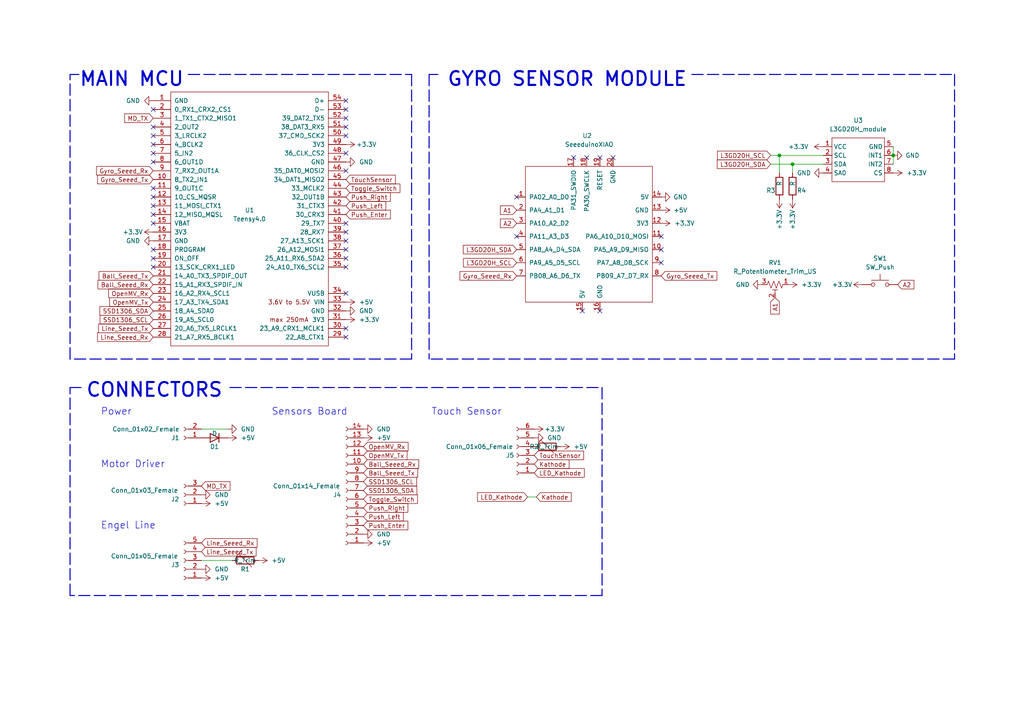
<source format=kicad_sch>
(kicad_sch (version 20211123) (generator eeschema)
  (paper "A4")
  (lib_symbols
    (symbol "Connector:Conn_01x02_Female" (pin_names (offset 1.016) hide)
      (property "Reference" "J" (at 0 2.54 0))
      (property "Value" "Conn_01x02_Female" (at 0 -5.08 0))
      (symbol "Conn_01x02_Female_1_1"
        (arc (start 0 -2.032) (mid -0.508 -2.54) (end 0 -3.048) (stroke (width 0.1524)))
        (polyline (pts (xy -1.27 -2.54) (xy -0.508 -2.54)) (stroke (width 0.1524)))
        (polyline (pts (xy -1.27 0) (xy -0.508 0)) (stroke (width 0.1524)))
        (arc (start 0 0.508) (mid -0.508 0) (end 0 -0.508) (stroke (width 0.1524)))
        (pin passive line (at -5.08 0 0) (length 3.81) (name "Pin_1") (number "1"))
        (pin passive line (at -5.08 -2.54 0) (length 3.81) (name "Pin_2") (number "2"))
      )
    )
    (symbol "Connector:Conn_01x03_Female" (pin_names (offset 1.016) hide)
      (property "Reference" "J" (at 0 5.08 0))
      (property "Value" "Conn_01x03_Female" (at 0 -5.08 0))
      (symbol "Conn_01x03_Female_1_1"
        (arc (start 0 -2.032) (mid -0.508 -2.54) (end 0 -3.048) (stroke (width 0.1524)))
        (polyline (pts (xy -1.27 -2.54) (xy -0.508 -2.54)) (stroke (width 0.1524)))
        (polyline (pts (xy -1.27 0) (xy -0.508 0)) (stroke (width 0.1524)))
        (polyline (pts (xy -1.27 2.54) (xy -0.508 2.54)) (stroke (width 0.1524)))
        (arc (start 0 0.508) (mid -0.508 0) (end 0 -0.508) (stroke (width 0.1524)))
        (arc (start 0 3.048) (mid -0.508 2.54) (end 0 2.032) (stroke (width 0.1524)))
        (pin passive line (at -5.08 2.54 0) (length 3.81) (name "Pin_1") (number "1"))
        (pin passive line (at -5.08 0 0) (length 3.81) (name "Pin_2") (number "2"))
        (pin passive line (at -5.08 -2.54 0) (length 3.81) (name "Pin_3") (number "3"))
      )
    )
    (symbol "Connector:Conn_01x05_Female" (pin_names (offset 1.016) hide)
      (property "Reference" "J" (at 0 7.62 0))
      (property "Value" "Conn_01x05_Female" (at 0 -7.62 0))
      (symbol "Conn_01x05_Female_1_1"
        (arc (start 0 -4.572) (mid -0.508 -5.08) (end 0 -5.588) (stroke (width 0.1524)))
        (arc (start 0 -2.032) (mid -0.508 -2.54) (end 0 -3.048) (stroke (width 0.1524)))
        (polyline (pts (xy -1.27 -5.08) (xy -0.508 -5.08)) (stroke (width 0.1524)))
        (polyline (pts (xy -1.27 -2.54) (xy -0.508 -2.54)) (stroke (width 0.1524)))
        (polyline (pts (xy -1.27 0) (xy -0.508 0)) (stroke (width 0.1524)))
        (polyline (pts (xy -1.27 2.54) (xy -0.508 2.54)) (stroke (width 0.1524)))
        (polyline (pts (xy -1.27 5.08) (xy -0.508 5.08)) (stroke (width 0.1524)))
        (arc (start 0 0.508) (mid -0.508 0) (end 0 -0.508) (stroke (width 0.1524)))
        (arc (start 0 3.048) (mid -0.508 2.54) (end 0 2.032) (stroke (width 0.1524)))
        (arc (start 0 5.588) (mid -0.508 5.08) (end 0 4.572) (stroke (width 0.1524)))
        (pin passive line (at -5.08 5.08 0) (length 3.81) (name "Pin_1") (number "1"))
        (pin passive line (at -5.08 2.54 0) (length 3.81) (name "Pin_2") (number "2"))
        (pin passive line (at -5.08 0 0) (length 3.81) (name "Pin_3") (number "3"))
        (pin passive line (at -5.08 -2.54 0) (length 3.81) (name "Pin_4") (number "4"))
        (pin passive line (at -5.08 -5.08 0) (length 3.81) (name "Pin_5") (number "5"))
      )
    )
    (symbol "Connector:Conn_01x06_Female" (pin_names (offset 1.016) hide)
      (property "Reference" "J" (at 0 7.62 0))
      (property "Value" "Conn_01x06_Female" (at 0 -10.16 0))
      (symbol "Conn_01x06_Female_1_1"
        (arc (start 0 -7.112) (mid -0.508 -7.62) (end 0 -8.128) (stroke (width 0.1524)))
        (arc (start 0 -4.572) (mid -0.508 -5.08) (end 0 -5.588) (stroke (width 0.1524)))
        (arc (start 0 -2.032) (mid -0.508 -2.54) (end 0 -3.048) (stroke (width 0.1524)))
        (polyline (pts (xy -1.27 -7.62) (xy -0.508 -7.62)) (stroke (width 0.1524)))
        (polyline (pts (xy -1.27 -5.08) (xy -0.508 -5.08)) (stroke (width 0.1524)))
        (polyline (pts (xy -1.27 -2.54) (xy -0.508 -2.54)) (stroke (width 0.1524)))
        (polyline (pts (xy -1.27 0) (xy -0.508 0)) (stroke (width 0.1524)))
        (polyline (pts (xy -1.27 2.54) (xy -0.508 2.54)) (stroke (width 0.1524)))
        (polyline (pts (xy -1.27 5.08) (xy -0.508 5.08)) (stroke (width 0.1524)))
        (arc (start 0 0.508) (mid -0.508 0) (end 0 -0.508) (stroke (width 0.1524)))
        (arc (start 0 3.048) (mid -0.508 2.54) (end 0 2.032) (stroke (width 0.1524)))
        (arc (start 0 5.588) (mid -0.508 5.08) (end 0 4.572) (stroke (width 0.1524)))
        (pin passive line (at -5.08 5.08 0) (length 3.81) (name "Pin_1") (number "1"))
        (pin passive line (at -5.08 2.54 0) (length 3.81) (name "Pin_2") (number "2"))
        (pin passive line (at -5.08 0 0) (length 3.81) (name "Pin_3") (number "3"))
        (pin passive line (at -5.08 -2.54 0) (length 3.81) (name "Pin_4") (number "4"))
        (pin passive line (at -5.08 -5.08 0) (length 3.81) (name "Pin_5") (number "5"))
        (pin passive line (at -5.08 -7.62 0) (length 3.81) (name "Pin_6") (number "6"))
      )
    )
    (symbol "Connector:Conn_01x14_Female" (pin_names (offset 1.016) hide)
      (property "Reference" "J" (at 0 17.78 0))
      (property "Value" "Conn_01x14_Female" (at 0 -20.32 0))
      (symbol "Conn_01x14_Female_1_1"
        (arc (start 0 -17.272) (mid -0.508 -17.78) (end 0 -18.288) (stroke (width 0.1524)))
        (arc (start 0 -14.732) (mid -0.508 -15.24) (end 0 -15.748) (stroke (width 0.1524)))
        (arc (start 0 -12.192) (mid -0.508 -12.7) (end 0 -13.208) (stroke (width 0.1524)))
        (arc (start 0 -9.652) (mid -0.508 -10.16) (end 0 -10.668) (stroke (width 0.1524)))
        (arc (start 0 -7.112) (mid -0.508 -7.62) (end 0 -8.128) (stroke (width 0.1524)))
        (arc (start 0 -4.572) (mid -0.508 -5.08) (end 0 -5.588) (stroke (width 0.1524)))
        (arc (start 0 -2.032) (mid -0.508 -2.54) (end 0 -3.048) (stroke (width 0.1524)))
        (polyline (pts (xy -1.27 -17.78) (xy -0.508 -17.78)) (stroke (width 0.1524)))
        (polyline (pts (xy -1.27 -15.24) (xy -0.508 -15.24)) (stroke (width 0.1524)))
        (polyline (pts (xy -1.27 -12.7) (xy -0.508 -12.7)) (stroke (width 0.1524)))
        (polyline (pts (xy -1.27 -10.16) (xy -0.508 -10.16)) (stroke (width 0.1524)))
        (polyline (pts (xy -1.27 -7.62) (xy -0.508 -7.62)) (stroke (width 0.1524)))
        (polyline (pts (xy -1.27 -5.08) (xy -0.508 -5.08)) (stroke (width 0.1524)))
        (polyline (pts (xy -1.27 -2.54) (xy -0.508 -2.54)) (stroke (width 0.1524)))
        (polyline (pts (xy -1.27 0) (xy -0.508 0)) (stroke (width 0.1524)))
        (polyline (pts (xy -1.27 2.54) (xy -0.508 2.54)) (stroke (width 0.1524)))
        (polyline (pts (xy -1.27 5.08) (xy -0.508 5.08)) (stroke (width 0.1524)))
        (polyline (pts (xy -1.27 7.62) (xy -0.508 7.62)) (stroke (width 0.1524)))
        (polyline (pts (xy -1.27 10.16) (xy -0.508 10.16)) (stroke (width 0.1524)))
        (polyline (pts (xy -1.27 12.7) (xy -0.508 12.7)) (stroke (width 0.1524)))
        (polyline (pts (xy -1.27 15.24) (xy -0.508 15.24)) (stroke (width 0.1524)))
        (arc (start 0 0.508) (mid -0.508 0) (end 0 -0.508) (stroke (width 0.1524)))
        (arc (start 0 3.048) (mid -0.508 2.54) (end 0 2.032) (stroke (width 0.1524)))
        (arc (start 0 5.588) (mid -0.508 5.08) (end 0 4.572) (stroke (width 0.1524)))
        (arc (start 0 8.128) (mid -0.508 7.62) (end 0 7.112) (stroke (width 0.1524)))
        (arc (start 0 10.668) (mid -0.508 10.16) (end 0 9.652) (stroke (width 0.1524)))
        (arc (start 0 13.208) (mid -0.508 12.7) (end 0 12.192) (stroke (width 0.1524)))
        (arc (start 0 15.748) (mid -0.508 15.24) (end 0 14.732) (stroke (width 0.1524)))
        (pin passive line (at -5.08 15.24 0) (length 3.81) (name "Pin_1") (number "1"))
        (pin passive line (at -5.08 -7.62 0) (length 3.81) (name "Pin_10") (number "10"))
        (pin passive line (at -5.08 -10.16 0) (length 3.81) (name "Pin_11") (number "11"))
        (pin passive line (at -5.08 -12.7 0) (length 3.81) (name "Pin_12") (number "12"))
        (pin passive line (at -5.08 -15.24 0) (length 3.81) (name "Pin_13") (number "13"))
        (pin passive line (at -5.08 -17.78 0) (length 3.81) (name "Pin_14") (number "14"))
        (pin passive line (at -5.08 12.7 0) (length 3.81) (name "Pin_2") (number "2"))
        (pin passive line (at -5.08 10.16 0) (length 3.81) (name "Pin_3") (number "3"))
        (pin passive line (at -5.08 7.62 0) (length 3.81) (name "Pin_4") (number "4"))
        (pin passive line (at -5.08 5.08 0) (length 3.81) (name "Pin_5") (number "5"))
        (pin passive line (at -5.08 2.54 0) (length 3.81) (name "Pin_6") (number "6"))
        (pin passive line (at -5.08 0 0) (length 3.81) (name "Pin_7") (number "7"))
        (pin passive line (at -5.08 -2.54 0) (length 3.81) (name "Pin_8") (number "8"))
        (pin passive line (at -5.08 -5.08 0) (length 3.81) (name "Pin_9") (number "9"))
      )
    )
    (symbol "Device:D" (pin_numbers hide) (pin_names (offset 1.016) hide)
      (property "Reference" "D" (at 0 2.54 0))
      (property "Value" "D" (at 0 -2.54 0))
      (symbol "D_0_1"
        (polyline (pts (xy -1.27 1.27) (xy -1.27 -1.27)) (stroke (width 0.254)))
        (polyline (pts (xy 1.27 0) (xy -1.27 0)))
        (polyline (pts (xy 1.27 1.27) (xy 1.27 -1.27) (xy -1.27 0) (xy 1.27 1.27)) (stroke (width 0.254)))
      )
      (symbol "D_1_1"
        (pin passive line (at -3.81 0 0) (length 2.54) (name "K") (number "1"))
        (pin passive line (at 3.81 0 180) (length 2.54) (name "A") (number "2"))
      )
    )
    (symbol "Device:R" (pin_numbers hide) (pin_names (offset 0))
      (property "Reference" "R" (at 2.032 0 90))
      (property "Value" "R" (at 0 0 90))
      (symbol "R_0_1"
        (rectangle (start -1.016 -2.54) (end 1.016 2.54) (stroke (width 0.254)))
      )
      (symbol "R_1_1"
        (pin passive line (at 0 3.81 270) (length 1.27) (name "~") (number "1"))
        (pin passive line (at 0 -3.81 90) (length 1.27) (name "~") (number "2"))
      )
    )
    (symbol "Device:R_Potentiometer_Trim_US" (pin_names (offset 1.016) hide)
      (property "Reference" "RV" (at -4.445 0 90))
      (property "Value" "R_Potentiometer_Trim_US" (at -2.54 0 90))
      (symbol "R_Potentiometer_Trim_US_0_1"
        (polyline (pts (xy 0 -2.286) (xy 0 -2.54)))
        (polyline (pts (xy 0 2.286) (xy 0 2.54)))
        (polyline (pts (xy 1.524 0.762) (xy 1.524 -0.762)))
        (polyline (pts (xy 2.54 0) (xy 1.524 0)))
        (polyline (pts (xy 0 -0.762) (xy 1.016 -1.143) (xy 0 -1.524) (xy -1.016 -1.905) (xy 0 -2.286)))
        (polyline (pts (xy 0 0.762) (xy 1.016 0.381) (xy 0 0) (xy -1.016 -0.381) (xy 0 -0.762)))
        (polyline (pts (xy 0 2.286) (xy 1.016 1.905) (xy 0 1.524) (xy -1.016 1.143) (xy 0 0.762)))
      )
      (symbol "R_Potentiometer_Trim_US_1_1"
        (pin passive line (at 0 3.81 270) (length 1.27) (name "1") (number "1"))
        (pin passive line (at 3.81 0 180) (length 1.27) (name "2") (number "2"))
        (pin passive line (at 0 -3.81 90) (length 1.27) (name "3") (number "3"))
      )
    )
    (symbol "Device:R_Trim" (pin_numbers hide) (pin_names (offset 0))
      (property "Reference" "R" (at 2.54 -2.54 90))
      (property "Value" "R_Trim" (at -2.54 -0.635 90))
      (symbol "R_Trim_0_1"
        (rectangle (start -1.016 -2.54) (end 1.016 2.54) (stroke (width 0.254)))
        (polyline (pts (xy -1.905 -1.905) (xy 1.905 1.905) (xy 2.54 1.27) (xy 1.27 2.54)))
      )
      (symbol "R_Trim_1_1"
        (pin passive line (at 0 3.81 270) (length 1.27) (name "~") (number "1"))
        (pin passive line (at 0 -3.81 90) (length 1.27) (name "~") (number "2"))
      )
    )
    (symbol "L3GD20H_Module_KiCad6.0:L3GD20H_module"
      (property "Reference" "U" (at 0 8.89 0))
      (property "Value" "L3GD20H_module" (at 0 11.43 0))
      (symbol "L3GD20H_module_0_1"
        (rectangle (start 7.62 -5.08) (end -7.62 7.62))
      )
      (symbol "L3GD20H_module_1_1"
        (pin input line (at -10.16 5.08 0) (length 2.54) (name "VCC") (number "1"))
        (pin input line (at -10.16 2.54 0) (length 2.54) (name "SCL") (number "2"))
        (pin input line (at -10.16 0 0) (length 2.54) (name "SDA") (number "3"))
        (pin input line (at -10.16 -2.54 0) (length 2.54) (name "SA0") (number "4"))
        (pin input line (at 10.16 5.08 180) (length 2.54) (name "GND") (number "5"))
        (pin input line (at 10.16 2.54 180) (length 2.54) (name "INT1") (number "6"))
        (pin input line (at 10.16 0 180) (length 2.54) (name "INT2") (number "7"))
        (pin input line (at 10.16 -2.54 180) (length 2.54) (name "CS") (number "8"))
      )
    )
    (symbol "Seeeduino XIAO:SeeeduinoXIAO" (pin_names (offset 1.016))
      (property "Reference" "U" (at -19.05 22.86 0))
      (property "Value" "SeeeduinoXIAO" (at -12.7 21.59 0))
      (symbol "SeeeduinoXIAO_0_1"
        (rectangle (start -19.05 20.32) (end 17.78 -19.05))
      )
      (symbol "SeeeduinoXIAO_1_1"
        (pin unspecified line (at -21.59 11.43 0) (length 2.54) (name "PA02_A0_D0") (number "1"))
        (pin unspecified line (at 20.32 -3.81 180) (length 2.54) (name "PA5_A9_D9_MISO") (number "10"))
        (pin unspecified line (at 20.32 0 180) (length 2.54) (name "PA6_A10_D10_MOSI") (number "11"))
        (pin unspecified line (at 20.32 3.81 180) (length 2.54) (name "3V3") (number "12"))
        (pin unspecified line (at 20.32 7.62 180) (length 2.54) (name "GND") (number "13"))
        (pin unspecified line (at 20.32 11.43 180) (length 2.54) (name "5V") (number "14"))
        (pin input line (at -2.54 -21.59 90) (length 2.54) (name "5V") (number "15"))
        (pin input line (at 2.54 -21.59 90) (length 2.54) (name "GND") (number "16"))
        (pin input line (at -5.08 22.86 270) (length 2.54) (name "PA31_SWDIO") (number "17"))
        (pin input line (at -1.27 22.86 270) (length 2.54) (name "PA30_SWCLK") (number "18"))
        (pin input line (at 2.54 22.86 270) (length 2.54) (name "RESET") (number "19"))
        (pin unspecified line (at -21.59 7.62 0) (length 2.54) (name "PA4_A1_D1") (number "2"))
        (pin input line (at 6.35 22.86 270) (length 2.54) (name "GND") (number "20"))
        (pin unspecified line (at -21.59 3.81 0) (length 2.54) (name "PA10_A2_D2") (number "3"))
        (pin unspecified line (at -21.59 0 0) (length 2.54) (name "PA11_A3_D3") (number "4"))
        (pin unspecified line (at -21.59 -3.81 0) (length 2.54) (name "PA8_A4_D4_SDA") (number "5"))
        (pin unspecified line (at -21.59 -7.62 0) (length 2.54) (name "PA9_A5_D5_SCL") (number "6"))
        (pin unspecified line (at -21.59 -11.43 0) (length 2.54) (name "PB08_A6_D6_TX") (number "7"))
        (pin unspecified line (at 20.32 -11.43 180) (length 2.54) (name "PB09_A7_D7_RX") (number "8"))
        (pin unspecified line (at 20.32 -7.62 180) (length 2.54) (name "PA7_A8_D8_SCK") (number "9"))
      )
    )
    (symbol "Switch:SW_Push" (pin_numbers hide) (pin_names (offset 1.016) hide)
      (property "Reference" "SW" (at 1.27 2.54 0))
      (property "Value" "SW_Push" (at 0 -1.524 0))
      (symbol "SW_Push_0_1"
        (circle (center -2.032 0) (radius 0.508))
        (polyline (pts (xy 0 1.27) (xy 0 3.048)))
        (polyline (pts (xy 2.54 1.27) (xy -2.54 1.27)))
        (circle (center 2.032 0) (radius 0.508))
        (pin passive line (at -5.08 0 0) (length 2.54) (name "1") (number "1"))
        (pin passive line (at 5.08 0 180) (length 2.54) (name "2") (number "2"))
      )
    )
    (symbol "power:+3.3V" (power) (pin_names (offset 0))
      (property "Value" "+3.3V" (at 0 3.556 0))
      (symbol "+3.3V_0_1"
        (polyline (pts (xy -0.762 1.27) (xy 0 2.54)))
        (polyline (pts (xy 0 0) (xy 0 2.54)))
        (polyline (pts (xy 0 2.54) (xy 0.762 1.27)))
      )
      (symbol "+3.3V_1_1"
        (pin power_in line (at 0 0 90) (length 0) hide (name "+3.3V") (number "1"))
      )
    )
    (symbol "power:+5V" (power) (pin_names (offset 0))
      (property "Value" "+5V" (at 0 3.556 0))
      (symbol "+5V_0_1"
        (polyline (pts (xy -0.762 1.27) (xy 0 2.54)))
        (polyline (pts (xy 0 0) (xy 0 2.54)))
        (polyline (pts (xy 0 2.54) (xy 0.762 1.27)))
      )
      (symbol "+5V_1_1"
        (pin power_in line (at 0 0 90) (length 0) hide (name "+5V") (number "1"))
      )
    )
    (symbol "power:GND" (power) (pin_names (offset 0))
      (property "Value" "GND" (at 0 -3.81 0))
      (symbol "GND_0_1"
        (polyline (pts (xy 0 0) (xy 0 -1.27) (xy 1.27 -1.27) (xy 0 -2.54) (xy -1.27 -1.27) (xy 0 -1.27)))
      )
      (symbol "GND_1_1"
        (pin power_in line (at 0 0 270) (length 0) hide (name "GND") (number "1"))
      )
    )
    (symbol "teensy:Teensy4.0" (pin_names (offset 1.016))
      (property "Reference" "U" (at 0 39.37 0))
      (property "Value" "Teensy4.0" (at 0 -39.37 0))
      (symbol "Teensy4.0_0_0"
        (text "3.6V to 5.5V" (at 11.43 -24.13 0) (effects (font (size 1.27 1.27))))
        (text "max 250mA" (at 11.43 -29.21 0) (effects (font (size 1.27 1.27))))
        (pin bidirectional line (at -27.94 11.43 0) (length 5.08) (name "8_TX2_IN1") (number "10"))
        (pin bidirectional line (at -27.94 8.89 0) (length 5.08) (name "9_OUT1C") (number "11"))
        (pin bidirectional line (at -27.94 6.35 0) (length 5.08) (name "10_CS_MQSR") (number "12"))
        (pin bidirectional line (at -27.94 3.81 0) (length 5.08) (name "11_MOSI_CTX1") (number "13"))
        (pin bidirectional line (at -27.94 1.27 0) (length 5.08) (name "12_MISO_MQSL") (number "14"))
        (pin power_in line (at -27.94 -1.27 0) (length 5.08) (name "VBAT") (number "15"))
        (pin power_in line (at -27.94 -3.81 0) (length 5.08) (name "3V3") (number "16"))
        (pin power_in line (at -27.94 -6.35 0) (length 5.08) (name "GND") (number "17"))
        (pin input line (at -27.94 -8.89 0) (length 5.08) (name "PROGRAM") (number "18"))
        (pin input line (at -27.94 -11.43 0) (length 5.08) (name "ON_OFF") (number "19"))
        (pin bidirectional line (at -27.94 -13.97 0) (length 5.08) (name "13_SCK_CRX1_LED") (number "20"))
        (pin bidirectional line (at -27.94 -16.51 0) (length 5.08) (name "14_A0_TX3_SPDIF_OUT") (number "21"))
        (pin bidirectional line (at -27.94 -19.05 0) (length 5.08) (name "15_A1_RX3_SPDIF_IN") (number "22"))
        (pin bidirectional line (at -27.94 -21.59 0) (length 5.08) (name "16_A2_RX4_SCL1") (number "23"))
        (pin bidirectional line (at -27.94 -24.13 0) (length 5.08) (name "17_A3_TX4_SDA1") (number "24"))
        (pin bidirectional line (at -27.94 -26.67 0) (length 5.08) (name "18_A4_SDA0") (number "25"))
        (pin bidirectional line (at -27.94 -29.21 0) (length 5.08) (name "19_A5_SCL0") (number "26"))
        (pin bidirectional line (at -27.94 -31.75 0) (length 5.08) (name "20_A6_TX5_LRCLK1") (number "27"))
        (pin bidirectional line (at -27.94 -34.29 0) (length 5.08) (name "21_A7_RX5_BCLK1") (number "28"))
        (pin bidirectional line (at 27.94 -34.29 180) (length 5.08) (name "22_A8_CTX1") (number "29"))
        (pin bidirectional line (at 27.94 -31.75 180) (length 5.08) (name "23_A9_CRX1_MCLK1") (number "30"))
        (pin power_out line (at 27.94 -29.21 180) (length 5.08) (name "3V3") (number "31"))
        (pin power_in line (at 27.94 -26.67 180) (length 5.08) (name "GND") (number "32"))
        (pin power_in line (at 27.94 -24.13 180) (length 5.08) (name "VIN") (number "33"))
        (pin power_out line (at 27.94 -21.59 180) (length 5.08) (name "VUSB") (number "34"))
        (pin bidirectional line (at 27.94 -13.97 180) (length 5.08) (name "24_A10_TX6_SCL2") (number "35"))
        (pin bidirectional line (at 27.94 -11.43 180) (length 5.08) (name "25_A11_RX6_SDA2") (number "36"))
        (pin bidirectional line (at 27.94 -8.89 180) (length 5.08) (name "26_A12_MOSI1") (number "37"))
        (pin bidirectional line (at 27.94 -6.35 180) (length 5.08) (name "27_A13_SCK1") (number "38"))
        (pin bidirectional line (at 27.94 -3.81 180) (length 5.08) (name "28_RX7") (number "39"))
        (pin bidirectional line (at 27.94 -1.27 180) (length 5.08) (name "29_TX7") (number "40"))
        (pin bidirectional line (at 27.94 1.27 180) (length 5.08) (name "30_CRX3") (number "41"))
        (pin bidirectional line (at 27.94 3.81 180) (length 5.08) (name "31_CTX3") (number "42"))
        (pin bidirectional line (at 27.94 6.35 180) (length 5.08) (name "32_OUT1B") (number "43"))
        (pin bidirectional line (at 27.94 8.89 180) (length 5.08) (name "33_MCLK2") (number "44"))
        (pin bidirectional line (at 27.94 11.43 180) (length 5.08) (name "34_DAT1_MISO2") (number "45"))
        (pin bidirectional line (at 27.94 13.97 180) (length 5.08) (name "35_DAT0_MOSI2") (number "46"))
        (pin power_out line (at 27.94 16.51 180) (length 5.08) (name "GND") (number "47"))
        (pin bidirectional line (at 27.94 19.05 180) (length 5.08) (name "36_CLK_CS2") (number "48"))
        (pin power_out line (at 27.94 21.59 180) (length 5.08) (name "3V3") (number "49"))
        (pin bidirectional line (at -27.94 24.13 0) (length 5.08) (name "3_LRCLK2") (number "5"))
        (pin bidirectional line (at 27.94 24.13 180) (length 5.08) (name "37_CMD_SCK2") (number "50"))
        (pin bidirectional line (at 27.94 26.67 180) (length 5.08) (name "38_DAT3_RX5") (number "51"))
        (pin bidirectional line (at 27.94 29.21 180) (length 5.08) (name "39_DAT2_TX5") (number "52"))
        (pin bidirectional line (at 27.94 31.75 180) (length 5.08) (name "D-") (number "53"))
        (pin bidirectional line (at 27.94 34.29 180) (length 5.08) (name "D+") (number "54"))
        (pin bidirectional line (at -27.94 21.59 0) (length 5.08) (name "4_BCLK2") (number "6"))
        (pin bidirectional line (at -27.94 19.05 0) (length 5.08) (name "5_IN2") (number "7"))
        (pin bidirectional line (at -27.94 16.51 0) (length 5.08) (name "6_OUT1D") (number "8"))
        (pin bidirectional line (at -27.94 13.97 0) (length 5.08) (name "7_RX2_OUT1A") (number "9"))
      )
      (symbol "Teensy4.0_0_1"
        (rectangle (start -22.86 36.83) (end 22.86 -36.83))
        (rectangle (start -20.32 -31.75) (end -20.32 -31.75))
      )
      (symbol "Teensy4.0_1_1"
        (pin power_in line (at -27.94 34.29 0) (length 5.08) (name "GND") (number "1"))
        (pin bidirectional line (at -27.94 31.75 0) (length 5.08) (name "0_RX1_CRX2_CS1") (number "2"))
        (pin bidirectional line (at -27.94 29.21 0) (length 5.08) (name "1_TX1_CTX2_MISO1") (number "3"))
        (pin bidirectional line (at -27.94 26.67 0) (length 5.08) (name "2_OUT2") (number "4"))
      )
    )
  )
  (junction (at 229.87 47.625))
  (junction (at 259.08 45.085))
  (junction (at 226.06 45.085))
  (no_connect (at 44.45 36.83))
  (no_connect (at 100.33 64.77))
  (no_connect (at 100.33 39.37))
  (no_connect (at 44.45 41.91))
  (no_connect (at 100.33 44.45))
  (no_connect (at 44.45 59.69))
  (no_connect (at 170.18 45.72))
  (no_connect (at 44.45 57.15))
  (no_connect (at 44.45 39.37))
  (no_connect (at 44.45 46.99))
  (no_connect (at 191.77 68.58))
  (no_connect (at 100.33 97.79))
  (no_connect (at 100.33 72.39))
  (no_connect (at 166.37 45.72))
  (no_connect (at 44.45 72.39))
  (no_connect (at 100.33 36.83))
  (no_connect (at 44.45 44.45))
  (no_connect (at 168.91 90.17))
  (no_connect (at 44.45 74.93))
  (no_connect (at 100.33 69.85))
  (no_connect (at 100.33 31.75))
  (no_connect (at 100.33 74.93))
  (no_connect (at 149.86 57.15))
  (no_connect (at 44.45 31.75))
  (no_connect (at 177.8 45.72))
  (no_connect (at 100.33 85.09))
  (no_connect (at 100.33 29.21))
  (no_connect (at 100.33 77.47))
  (no_connect (at 100.33 34.29))
  (no_connect (at 100.33 95.25))
  (no_connect (at 191.77 76.2))
  (no_connect (at 44.45 77.47))
  (no_connect (at 44.45 54.61))
  (no_connect (at 44.45 62.23))
  (no_connect (at 173.99 90.17))
  (no_connect (at 173.99 45.72))
  (no_connect (at 100.33 67.31))
  (no_connect (at 44.45 64.77))
  (no_connect (at 149.86 68.58))
  (no_connect (at 100.33 49.53))
  (no_connect (at 191.77 72.39))
  (wire (pts (xy 229.87 50.165) (xy 229.87 47.625)))
  (polyline (pts (xy 54.61 21.59) (xy 119.38 21.59)) (stroke (width 0.3)))
  (polyline (pts (xy 119.38 21.59) (xy 119.38 104.14)) (stroke (width 0.3)))
  (wire (pts (xy 259.08 45.085) (xy 259.08 47.625)))
  (polyline (pts (xy 119.38 104.14) (xy 20.32 104.14)) (stroke (width 0.3)))
  (polyline (pts (xy 20.32 104.14) (xy 20.32 21.59)) (stroke (width 0.3)))
  (polyline (pts (xy 174.625 112.395) (xy 174.625 172.72)) (stroke (width 0.3)))
  (polyline (pts (xy 124.46 21.59) (xy 124.46 104.14)) (stroke (width 0.3)))
  (wire (pts (xy 223.52 45.085) (xy 226.06 45.085)))
  (polyline (pts (xy 20.32 112.395) (xy 23.495 112.395)) (stroke (width 0.3)))
  (polyline (pts (xy 21.59 21.59) (xy 22.86 21.59)))
  (wire (pts (xy 153.035 144.145) (xy 155.575 144.145)))
  (wire (pts (xy 259.08 42.545) (xy 259.08 45.085)))
  (wire (pts (xy 229.87 47.625) (xy 238.76 47.625)))
  (wire (pts (xy 58.42 162.56) (xy 67.31 162.56)))
  (polyline (pts (xy 124.46 21.59) (xy 127 21.59)) (stroke (width 0.3)))
  (polyline (pts (xy 276.86 104.14) (xy 124.46 104.14)) (stroke (width 0.3)))
  (wire (pts (xy 223.52 47.625) (xy 229.87 47.625)))
  (polyline (pts (xy 200.66 21.59) (xy 276.86 21.59)) (stroke (width 0.3)))
  (wire (pts (xy 226.06 45.085) (xy 238.76 45.085)))
  (polyline (pts (xy 20.32 21.59) (xy 22.86 21.59)) (stroke (width 0.3)))
  (polyline (pts (xy 66.675 112.395) (xy 174.625 112.395)) (stroke (width 0.3)))
  (polyline (pts (xy 20.32 172.72) (xy 20.32 112.395)) (stroke (width 0.3)))
  (polyline (pts (xy 174.625 172.72) (xy 20.32 172.72)) (stroke (width 0.3)))
  (polyline (pts (xy 276.86 21.59) (xy 276.86 104.14)) (stroke (width 0.3)))
  (wire (pts (xy 66.04 124.46) (xy 58.42 124.46)))
  (wire (pts (xy 226.06 45.085) (xy 226.06 50.165)))
  (text "GYRO SENSOR MODULE\n" (at 129.54 25.4 0) (effects (font (size 4 4) (thickness 0.6) bold) (justify left bottom)))
  (text "Touch Sensor" (at 125.095 120.65 0) (effects (font (size 2 2)) (justify left bottom)))
  (text "MAIN MCU" (at 22.86 25.4 0) (effects (font (size 4 4) (thickness 0.6) bold) (justify left bottom)))
  (text "Engel Line\n" (at 29.21 153.67 0) (effects (font (size 2 2)) (justify left bottom)))
  (text "CONNECTORS" (at 24.765 115.57 0) (effects (font (size 4 4) (thickness 0.6) bold) (justify left bottom)))
  (text "Motor Driver\n" (at 29.21 135.89 0) (effects (font (size 2 2)) (justify left bottom)))
  (text "Power" (at 29.21 120.65 0) (effects (font (size 2 2)) (justify left bottom)))
  (text "Sensors Board" (at 78.74 120.65 0) (effects (font (size 2 2)) (justify left bottom)))
  (global_label "L3GD20H_SCL" (shape input) (at 149.86 76.2 180) (property "Intersheet References" "${INTERSHEET_REFS}" (effects hide)))
  (global_label "Kathode" (shape input) (at 154.94 134.62 0) (property "Intersheet References" "${INTERSHEET_REFS}" (effects hide)))
  (global_label "Kathode" (shape input) (at 155.575 144.145 0) (property "Intersheet References" "${INTERSHEET_REFS}" (effects hide)))
  (global_label "Toggle_Switch" (shape input) (at 105.41 144.78 0) (property "Intersheet References" "${INTERSHEET_REFS}" (effects hide)))
  (global_label "OpenMV_Rx" (shape input) (at 44.45 85.09 180) (property "Intersheet References" "${INTERSHEET_REFS}" (effects hide)))
  (global_label "Push_Enter" (shape input) (at 105.41 152.4 0) (property "Intersheet References" "${INTERSHEET_REFS}" (effects hide)))
  (global_label "L3GD20H_SDA" (shape input) (at 223.52 47.625 180) (property "Intersheet References" "${INTERSHEET_REFS}" (effects hide)))
  (global_label "Ball_Seeed_Tx" (shape input) (at 44.45 80.01 180) (property "Intersheet References" "${INTERSHEET_REFS}" (effects hide)))
  (global_label "OpenMV_Rx" (shape input) (at 105.41 129.54 0) (property "Intersheet References" "${INTERSHEET_REFS}" (effects hide)))
  (global_label "LED_Kathode" (shape input) (at 153.035 144.145 180) (property "Intersheet References" "${INTERSHEET_REFS}" (effects hide)))
  (global_label "Ball_Seeed_Rx" (shape input) (at 105.41 134.62 0) (property "Intersheet References" "${INTERSHEET_REFS}" (effects hide)))
  (global_label "A2" (shape input) (at 149.86 64.77 180) (property "Intersheet References" "${INTERSHEET_REFS}" (effects hide)))
  (global_label "Push_Right" (shape input) (at 100.33 57.15 0) (property "Intersheet References" "${INTERSHEET_REFS}" (effects hide)))
  (global_label "OpenMV_Tx" (shape input) (at 105.41 132.08 0) (property "Intersheet References" "${INTERSHEET_REFS}" (effects hide)))
  (global_label "L3GD20H_SDA" (shape input) (at 149.86 72.39 180) (property "Intersheet References" "${INTERSHEET_REFS}" (effects hide)))
  (global_label "L3GD20H_SCL" (shape input) (at 223.52 45.085 180) (property "Intersheet References" "${INTERSHEET_REFS}" (effects hide)))
  (global_label "MD_TX" (shape input) (at 58.42 140.97 0) (property "Intersheet References" "${INTERSHEET_REFS}" (effects hide)))
  (global_label "LED_Kathode" (shape input) (at 154.94 137.16 0) (property "Intersheet References" "${INTERSHEET_REFS}" (effects hide)))
  (global_label "Gyro_Seeed_Rx" (shape input) (at 44.45 49.53 180) (property "Intersheet References" "${INTERSHEET_REFS}" (effects hide)))
  (global_label "Push_Right" (shape input) (at 105.41 147.32 0) (property "Intersheet References" "${INTERSHEET_REFS}" (effects hide)))
  (global_label "Toggle_Switch" (shape input) (at 100.33 54.61 0) (property "Intersheet References" "${INTERSHEET_REFS}" (effects hide)))
  (global_label "Ball_Seeed_Tx" (shape input) (at 105.41 137.16 0) (property "Intersheet References" "${INTERSHEET_REFS}" (effects hide)))
  (global_label "Line_Seeed_Rx" (shape input) (at 44.45 97.79 180) (property "Intersheet References" "${INTERSHEET_REFS}" (effects hide)))
  (global_label "SSD1306_SCL" (shape input) (at 105.41 139.7 0) (property "Intersheet References" "${INTERSHEET_REFS}" (effects hide)))
  (global_label "Push_Left" (shape input) (at 100.33 59.69 0) (property "Intersheet References" "${INTERSHEET_REFS}" (effects hide)))
  (global_label "Push_Left" (shape input) (at 105.41 149.86 0) (property "Intersheet References" "${INTERSHEET_REFS}" (effects hide)))
  (global_label "Gyro_Seeed_Tx" (shape input) (at 191.77 80.01 0) (property "Intersheet References" "${INTERSHEET_REFS}" (effects hide)))
  (global_label "TouchSensor" (shape input) (at 154.94 132.08 0) (property "Intersheet References" "${INTERSHEET_REFS}" (effects hide)))
  (global_label "TouchSensor" (shape input) (at 100.33 52.07 0) (property "Intersheet References" "${INTERSHEET_REFS}" (effects hide)))
  (global_label "OpenMV_Tx" (shape input) (at 44.45 87.63 180) (property "Intersheet References" "${INTERSHEET_REFS}" (effects hide)))
  (global_label "Line_Seeed_Rx" (shape input) (at 58.42 157.48 0) (property "Intersheet References" "${INTERSHEET_REFS}" (effects hide)))
  (global_label "MD_TX" (shape input) (at 44.45 34.29 180) (property "Intersheet References" "${INTERSHEET_REFS}" (effects hide)))
  (global_label "A1" (shape input) (at 224.79 86.36 270) (property "Intersheet References" "${INTERSHEET_REFS}" (effects hide)))
  (global_label "SSD1306_SCL" (shape input) (at 44.45 92.71 180) (property "Intersheet References" "${INTERSHEET_REFS}" (effects hide)))
  (global_label "SSD1306_SDA" (shape input) (at 105.41 142.24 0) (property "Intersheet References" "${INTERSHEET_REFS}" (effects hide)))
  (global_label "Push_Enter" (shape input) (at 100.33 62.23 0) (property "Intersheet References" "${INTERSHEET_REFS}" (effects hide)))
  (global_label "Ball_Seeed_Rx" (shape input) (at 44.45 82.55 180) (property "Intersheet References" "${INTERSHEET_REFS}" (effects hide)))
  (global_label "Gyro_Seeed_Tx" (shape input) (at 44.45 52.07 180) (property "Intersheet References" "${INTERSHEET_REFS}" (effects hide)))
  (global_label "A2" (shape input) (at 260.35 82.55 0) (property "Intersheet References" "${INTERSHEET_REFS}" (effects hide)))
  (global_label "A1" (shape input) (at 149.86 60.96 180) (property "Intersheet References" "${INTERSHEET_REFS}" (effects hide)))
  (global_label "SSD1306_SDA" (shape input) (at 44.45 90.17 180) (property "Intersheet References" "${INTERSHEET_REFS}" (effects hide)))
  (global_label "Gyro_Seeed_Rx" (shape input) (at 149.86 80.01 180) (property "Intersheet References" "${INTERSHEET_REFS}" (effects hide)))
  (global_label "Line_Seeed_Tx" (shape input) (at 44.45 95.25 180) (property "Intersheet References" "${INTERSHEET_REFS}" (effects hide)))
  (global_label "Line_Seeed_Tx" (shape input) (at 58.42 160.02 0) (property "Intersheet References" "${INTERSHEET_REFS}" (effects hide)))
  (symbol (lib_id "power:GND") (at 259.08 45.085 90) (unit 1)
    (property "Reference" "#PWR0115" (effects hide))
    (property "Value" "GND" (at 266.7 45.085 90) (effects (justify left)))
  )
  (symbol (lib_id "Device:R_Potentiometer_Trim_US") (at 224.79 82.55 270) (unit 1)
    (property "Reference" "RV1" (at 224.79 76.2 90))
    (property "Value" "R_Potentiometer_Trim_US" (at 224.79 78.74 90))
    (property "Footprint" "Variable_Register:Variable_Register" (effects hide))
  )
  (symbol (lib_id "power:+5V") (at 162.56 129.54 270) (unit 1)
    (property "Reference" "#PWR0131" (effects hide))
    (property "Value" "+5V" (at 166.37 129.5399 90) (effects (justify left)))
  )
  (symbol (lib_id "Connector:Conn_01x06_Female") (at 149.86 132.08 180) (unit 1)
    (property "Reference" "J5" (at 147.955 132.08 0))
    (property "Value" "Conn_01x06_Female" (at 139.065 129.54 0))
    (property "Footprint" "Connector_JST:JST_XH_B6B-XH-A_1x06_P2.50mm_Vertical" (effects hide))
  )
  (symbol (lib_id "power:GND") (at 238.76 50.165 270) (unit 1)
    (property "Reference" "#PWR0113" (effects hide))
    (property "Value" "GND" (at 231.14 50.165 90) (effects (justify left)))
  )
  (symbol (lib_id "power:+3.3V") (at 191.77 64.77 270) (unit 1)
    (property "Reference" "#PWR0111" (effects hide))
    (property "Value" "+3.3V" (at 195.58 64.7699 90) (effects (justify left)))
  )
  (symbol (lib_id "power:GND") (at 105.41 124.46 90) (unit 1)
    (property "Reference" "#PWR0123" (effects hide))
    (property "Value" "GND" (at 109.22 124.4599 90) (effects (justify right)))
  )
  (symbol (lib_id "power:+5V") (at 74.93 162.56 270) (unit 1)
    (property "Reference" "#PWR0125" (effects hide))
    (property "Value" "+5V" (at 78.74 162.5599 90) (effects (justify left)))
  )
  (symbol (lib_id "power:+3.3V") (at 238.76 42.545 90) (unit 1)
    (property "Reference" "#PWR0112" (effects hide))
    (property "Value" "+3.3V" (at 228.6 42.545 90) (effects (justify right)))
  )
  (symbol (lib_id "power:+5V") (at 66.04 127 270) (unit 1)
    (property "Reference" "#PWR0133" (effects hide))
    (property "Value" "+5V" (at 69.85 126.9999 90) (effects (justify left)))
  )
  (symbol (lib_id "power:+5V") (at 100.33 87.63 270) (unit 1)
    (property "Reference" "#PWR0108" (effects hide))
    (property "Value" "+5V" (at 104.14 87.6299 90) (effects (justify left)))
  )
  (symbol (lib_id "power:+3.3V") (at 44.45 67.31 90) (unit 1)
    (property "Reference" "#PWR0105" (effects hide))
    (property "Value" "+3.3V" (at 35.56 67.31 90) (effects (justify right)))
  )
  (symbol (lib_id "power:+5V") (at 191.77 60.96 270) (unit 1)
    (property "Reference" "#PWR0109" (effects hide))
    (property "Value" "+5V" (at 199.39 60.96 90) (effects (justify right)))
  )
  (symbol (lib_id "power:+3.3V") (at 250.19 82.55 90) (unit 1)
    (property "Reference" "#PWR0114" (effects hide))
    (property "Value" "+3.3V" (at 241.3 82.55 90) (effects (justify right)))
  )
  (symbol (lib_id "power:+5V") (at 105.41 127 270) (unit 1)
    (property "Reference" "#PWR0124" (effects hide))
    (property "Value" "+5V" (at 109.22 126.9999 90) (effects (justify left)))
  )
  (symbol (lib_id "power:+3.3V") (at 228.6 82.55 270) (unit 1)
    (property "Reference" "#PWR0117" (effects hide))
    (property "Value" "+3.3V" (at 232.41 82.5499 90) (effects (justify left)))
  )
  (symbol (lib_id "Device:R") (at 229.87 53.975 0) (unit 1)
    (property "Reference" "R4" (at 231.14 55.245 0) (effects (justify left)))
    (property "Value" "R" (at 229.87 53.975 90) (effects (justify left)))
    (property "Footprint" "Resistor_THT:R_Axial_DIN0204_L3.6mm_D1.6mm_P5.08mm_Horizontal" (effects hide))
  )
  (symbol (lib_id "power:GND") (at 44.45 29.21 270) (unit 1)
    (property "Reference" "#PWR0104" (effects hide))
    (property "Value" "GND" (at 40.64 29.2099 90) (effects (justify right)))
  )
  (symbol (lib_id "Connector:Conn_01x02_Female") (at 53.34 127 180) (unit 1)
    (property "Reference" "J1" (at 52.07 127.0001 0) (effects (justify left)))
    (property "Value" "Conn_01x02_Female" (at 52.07 124.4601 0) (effects (justify left)))
    (property "Footprint" "Connector_JST:JST_XH_B2B-XH-A_1x02_P2.50mm_Vertical" (effects hide))
  )
  (symbol (lib_id "power:GND") (at 100.33 90.17 90) (unit 1)
    (property "Reference" "#PWR0106" (effects hide))
    (property "Value" "GND" (at 104.14 90.1699 90) (effects (justify right)))
  )
  (symbol (lib_id "power:+3.3V") (at 226.06 57.785 180) (unit 1)
    (property "Reference" "#PWR0118" (effects hide))
    (property "Value" "+3.3V" (at 226.06 66.675 90) (effects (justify right)))
  )
  (symbol (lib_id "power:+5V") (at 58.42 146.05 270) (unit 1)
    (property "Reference" "#PWR0122" (effects hide))
    (property "Value" "+5V" (at 62.23 146.0499 90) (effects (justify left)))
  )
  (symbol (lib_id "teensy:Teensy4.0") (at 72.39 63.5 0) (unit 1)
    (property "Reference" "U1" (at 72.39 60.96 0))
    (property "Value" "Teensy4.0" (at 72.39 63.5 0))
    (property "Footprint" "Teensy_Breakout:Teensy_Brakeout" (effects hide))
  )
  (symbol (lib_id "power:GND") (at 105.41 154.94 90) (unit 1)
    (property "Reference" "#PWR0128" (effects hide))
    (property "Value" "GND" (at 109.22 154.9399 90) (effects (justify right)))
  )
  (symbol (lib_id "Device:D") (at 62.23 127 180) (unit 1)
    (property "Reference" "D1" (at 62.23 129.54 0))
    (property "Value" "D" (at 62.23 125.73 0))
    (property "Footprint" "Diode_THT:D_A-405_P7.62mm_Horizontal" (effects hide))
  )
  (symbol (lib_id "power:GND") (at 220.98 82.55 270) (unit 1)
    (property "Reference" "#PWR0120" (effects hide))
    (property "Value" "GND" (at 213.36 82.55 90) (effects (justify left)))
  )
  (symbol (lib_id "power:+3.3V") (at 100.33 92.71 270) (unit 1)
    (property "Reference" "#PWR0107" (effects hide))
    (property "Value" "+3.3V" (at 104.14 92.7099 90) (effects (justify left)))
  )
  (symbol (lib_id "power:GND") (at 66.04 124.46 90) (unit 1)
    (property "Reference" "#PWR0134" (effects hide))
    (property "Value" "GND" (at 69.85 124.4599 90) (effects (justify right)))
  )
  (symbol (lib_id "Connector:Conn_01x03_Female") (at 53.34 143.51 180) (unit 1)
    (property "Reference" "J2" (at 50.8 144.78 0))
    (property "Value" "Conn_01x03_Female" (at 41.91 142.24 0))
    (property "Footprint" "Connector_JST:JST_XH_B3B-XH-A_1x03_P2.50mm_Vertical" (effects hide))
  )
  (symbol (lib_id "power:GND") (at 100.33 46.99 90) (unit 1)
    (property "Reference" "#PWR0101" (effects hide))
    (property "Value" "GND" (at 104.14 46.9899 90) (effects (justify right)))
  )
  (symbol (lib_id "power:GND") (at 58.42 165.1 90) (unit 1)
    (property "Reference" "#PWR0126" (effects hide))
    (property "Value" "GND" (at 62.23 165.0999 90) (effects (justify right)))
  )
  (symbol (lib_id "power:GND") (at 191.77 57.15 90) (unit 1)
    (property "Reference" "#PWR0110" (effects hide))
    (property "Value" "GND" (at 199.39 57.15 90) (effects (justify left)))
  )
  (symbol (lib_id "power:+3.3V") (at 229.87 57.785 180) (unit 1)
    (property "Reference" "#PWR0119" (effects hide))
    (property "Value" "+3.3V" (at 229.87 66.675 90) (effects (justify right)))
  )
  (symbol (lib_id "Device:R_Trim") (at 158.75 129.54 90) (unit 1)
    (property "Reference" "R2" (at 154.94 129.54 90))
    (property "Value" "R_Trim" (at 158.75 129.54 90))
    (property "Footprint" "Variable_Register:Variable_Register" (effects hide))
  )
  (symbol (lib_id "Switch:SW_Push") (at 255.27 82.55 0) (unit 1)
    (property "Reference" "SW1" (at 255.27 74.93 0))
    (property "Value" "SW_Push" (at 255.27 77.47 0))
    (property "Footprint" "Button_Switch_THT:SW_PUSH_6mm_H5mm" (effects hide))
  )
  (symbol (lib_id "power:+3.3V") (at 100.33 41.91 270) (unit 1)
    (property "Reference" "#PWR0102" (effects hide))
    (property "Value" "+3.3V" (at 109.22 41.91 90) (effects (justify right)))
  )
  (symbol (lib_id "L3GD20H_Module_KiCad6.0:L3GD20H_module") (at 248.92 47.625 0) (unit 1)
    (property "Reference" "U3" (at 248.92 34.925 0))
    (property "Value" "L3GD20H_module" (at 248.92 37.465 0))
    (property "Footprint" "L3GD20H_Module:L3GD20H_Module_KiCad6.0" (effects hide))
  )
  (symbol (lib_id "power:GND") (at 44.45 69.85 270) (unit 1)
    (property "Reference" "#PWR0103" (effects hide))
    (property "Value" "GND" (at 40.64 69.8499 90) (effects (justify right)))
  )
  (symbol (lib_id "Connector:Conn_01x14_Female") (at 100.33 142.24 180) (unit 1)
    (property "Reference" "J4" (at 97.79 143.51 0))
    (property "Value" "Conn_01x14_Female" (at 88.9 140.97 0))
    (property "Footprint" "Connector_IDC:IDC-Header_2x07_P2.54mm_Horizontal" (effects hide))
  )
  (symbol (lib_id "power:GND") (at 154.94 127 90) (unit 1)
    (property "Reference" "#PWR0132" (effects hide))
    (property "Value" "GND" (at 158.75 126.9999 90) (effects (justify right)))
  )
  (symbol (lib_id "Seeeduino XIAO:SeeeduinoXIAO") (at 171.45 68.58 0) (unit 1)
    (property "Reference" "U2" (at 168.91 39.37 0) (effects (justify left)))
    (property "Value" "SeeeduinoXIAO" (at 163.83 41.91 0) (effects (justify left)))
    (property "Footprint" "Seeeduino_Xiao:seeeduinoXIAO" (effects hide))
  )
  (symbol (lib_id "Device:R_Trim") (at 71.12 162.56 90) (unit 1)
    (property "Reference" "R1" (at 71.12 165.1 90))
    (property "Value" "R_Trim" (at 71.12 162.56 90))
    (property "Footprint" "Variable_Register:Variable_Register" (effects hide))
  )
  (symbol (lib_id "power:+5V") (at 105.41 157.48 270) (unit 1)
    (property "Reference" "#PWR0129" (effects hide))
    (property "Value" "+5V" (at 109.22 157.4799 90) (effects (justify left)))
  )
  (symbol (lib_id "power:+5V") (at 58.42 167.64 270) (unit 1)
    (property "Reference" "#PWR0127" (effects hide))
    (property "Value" "+5V" (at 62.23 167.6399 90) (effects (justify left)))
  )
  (symbol (lib_id "Connector:Conn_01x05_Female") (at 53.34 162.56 180) (unit 1)
    (property "Reference" "J3" (at 50.8 163.83 0))
    (property "Value" "Conn_01x05_Female" (at 41.91 161.29 0))
    (property "Footprint" "Connector_JST:JST_XH_B5B-XH-A_1x05_P2.50mm_Vertical" (effects hide))
  )
  (symbol (lib_id "Device:R") (at 226.06 53.975 0) (unit 1)
    (property "Reference" "R3" (at 222.25 55.245 0) (effects (justify left)))
    (property "Value" "R" (at 226.06 53.975 90) (effects (justify left)))
    (property "Footprint" "Resistor_THT:R_Axial_DIN0204_L3.6mm_D1.6mm_P5.08mm_Horizontal" (effects hide))
  )
  (symbol (lib_id "power:GND") (at 58.42 143.51 90) (unit 1)
    (property "Reference" "#PWR0121" (effects hide))
    (property "Value" "GND" (at 62.23 143.5099 90) (effects (justify right)))
  )
  (symbol (lib_id "power:+3.3V") (at 154.94 124.46 270) (unit 1)
    (property "Reference" "#PWR0130" (effects hide))
    (property "Value" "+3.3V" (at 163.83 124.46 90) (effects (justify right)))
  )
  (symbol (lib_id "power:+3.3V") (at 259.08 50.165 270) (unit 1)
    (property "Reference" "#PWR0116" (effects hide))
    (property "Value" "+3.3V" (at 262.89 50.1649 90) (effects (justify left)))
  )
)
</source>
